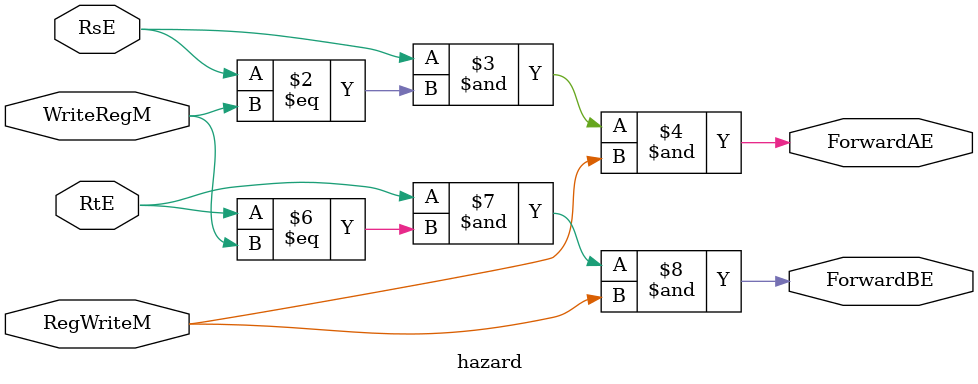
<source format=v>
module hazard(	input	RsE,
		input 	RtE,
		input 	RegWriteM,
		input	WriteRegM,
		output  ForwardAE,
		output  ForwardBE);

assign ForwardAE = (RsE != 0) & (RsE == WriteRegM) & RegWriteM;
assign ForwardBE = (RtE != 0) & (RtE == WriteRegM) & RegWriteM;

endmodule

</source>
